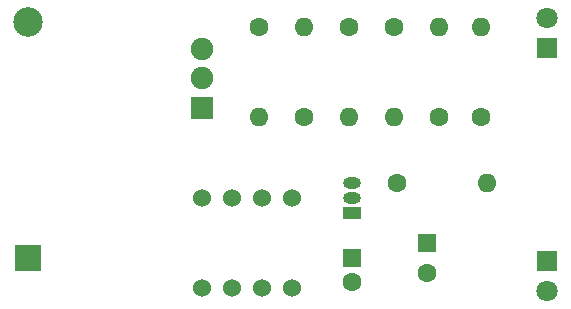
<source format=gts>
%TF.GenerationSoftware,KiCad,Pcbnew,(5.1.12)-1*%
%TF.CreationDate,2021-12-23T01:28:27-05:00*%
%TF.ProjectId,555_Badge,3535355f-4261-4646-9765-2e6b69636164,v01*%
%TF.SameCoordinates,Original*%
%TF.FileFunction,Soldermask,Top*%
%TF.FilePolarity,Negative*%
%FSLAX46Y46*%
G04 Gerber Fmt 4.6, Leading zero omitted, Abs format (unit mm)*
G04 Created by KiCad (PCBNEW (5.1.12)-1) date 2021-12-23 01:28:27*
%MOMM*%
%LPD*%
G01*
G04 APERTURE LIST*
%ADD10C,1.600000*%
%ADD11O,1.600000X1.600000*%
%ADD12R,2.170000X2.170000*%
%ADD13C,2.500000*%
%ADD14R,1.600000X1.600000*%
%ADD15R,1.800000X1.800000*%
%ADD16C,1.800000*%
%ADD17O,1.500000X1.000000*%
%ADD18R,1.500000X1.000000*%
%ADD19R,1.900000X1.900000*%
%ADD20C,1.900000*%
%ADD21C,1.524000*%
G04 APERTURE END LIST*
D10*
%TO.C,R1*%
X72136000Y-109982000D03*
D11*
X72136000Y-117602000D03*
%TD*%
D12*
%TO.C,BAT1*%
X52578000Y-129540000D03*
D13*
X52578000Y-109540000D03*
%TD*%
D14*
%TO.C,C1*%
X80010000Y-129540000D03*
D10*
X80010000Y-131540000D03*
%TD*%
D14*
%TO.C,C2*%
X86360000Y-128270000D03*
D10*
X86360000Y-130770000D03*
%TD*%
D15*
%TO.C,D1*%
X96520000Y-111760000D03*
D16*
X96520000Y-109220000D03*
%TD*%
%TO.C,D2*%
X96520000Y-132334000D03*
D15*
X96520000Y-129794000D03*
%TD*%
D17*
%TO.C,Q1*%
X80010000Y-124460000D03*
X80010000Y-123190000D03*
D18*
X80010000Y-125730000D03*
%TD*%
D11*
%TO.C,R2*%
X75946000Y-109982000D03*
D10*
X75946000Y-117602000D03*
%TD*%
%TO.C,R3*%
X87376000Y-117602000D03*
D11*
X87376000Y-109982000D03*
%TD*%
%TO.C,R4*%
X90932000Y-109982000D03*
D10*
X90932000Y-117602000D03*
%TD*%
%TO.C,R5*%
X83820000Y-123190000D03*
D11*
X91440000Y-123190000D03*
%TD*%
D10*
%TO.C,R6*%
X79756000Y-109982000D03*
D11*
X79756000Y-117602000D03*
%TD*%
%TO.C,R7*%
X83566000Y-117602000D03*
D10*
X83566000Y-109982000D03*
%TD*%
D19*
%TO.C,S1*%
X67310000Y-116840000D03*
D20*
X67310000Y-114340000D03*
X67310000Y-111840000D03*
%TD*%
D21*
%TO.C,U?1*%
X67310000Y-124460000D03*
X69850000Y-124460000D03*
X72390000Y-124460000D03*
X74930000Y-124460000D03*
X67310000Y-132080000D03*
X69850000Y-132080000D03*
X72390000Y-132080000D03*
X74930000Y-132080000D03*
%TD*%
M02*

</source>
